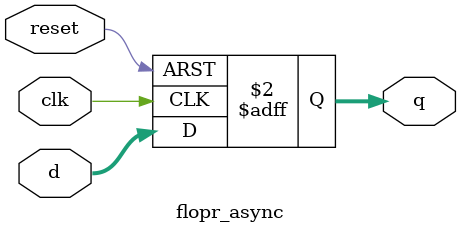
<source format=sv>
`ifndef FLOPR_ASYNC
`define FLOPR_ASYNC


module flopr_async(
    //
    // ---------------- PORT DEFINITIONS ----------------
    //
    input  logic       clk,
    input  logic       reset, 
    input  logic [3:0] d, 
    output logic [3:0] q
);
    //
    // ---------------- MODULE DESIGN IMPLEMENTATION ----------------
    //
    
    // asynchronous reset
    always_ff @(posedge clk, posedge reset)
        if (reset) q <= 4'b0;
        else       q <= d;

endmodule

`endif // FLOPR_ASYNC
</source>
